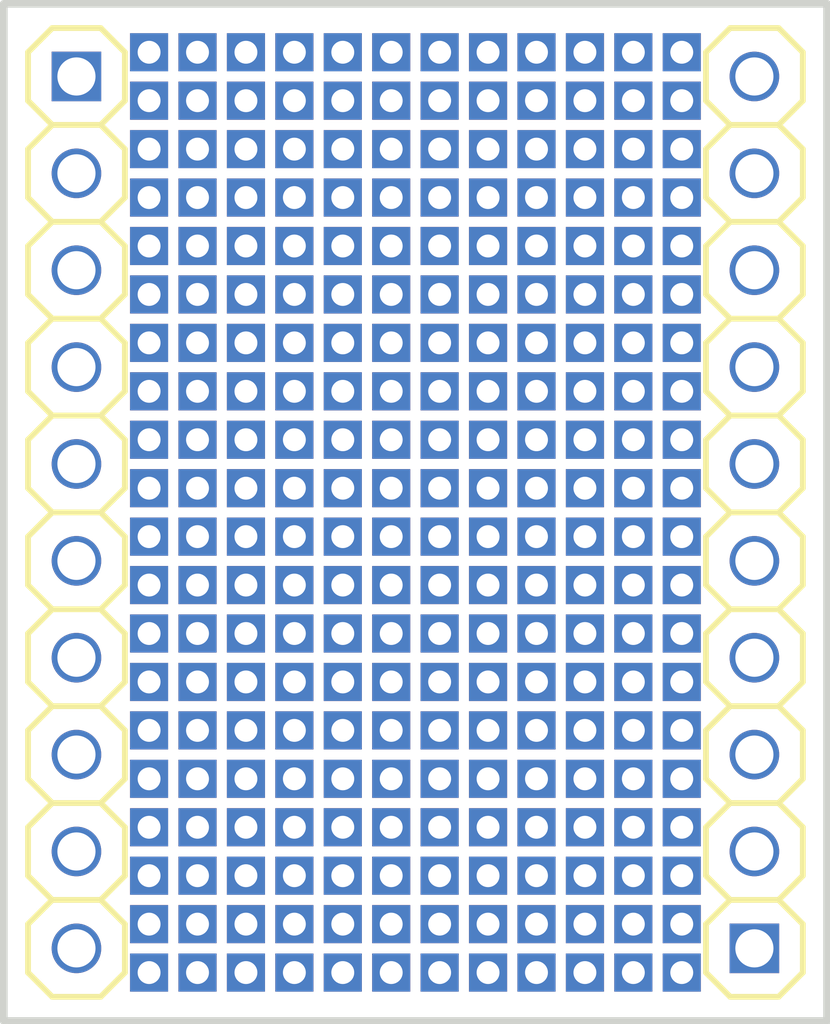
<source format=kicad_pcb>
(kicad_pcb (version 20171130) (host pcbnew 5.0.2-bee76a0~70~ubuntu18.04.1)

  (general
    (thickness 1.6)
    (drawings 4)
    (tracks 0)
    (zones 0)
    (modules 10)
    (nets 1)
  )

  (page A4)
  (layers
    (0 F.Cu signal)
    (31 B.Cu signal)
    (32 B.Adhes user)
    (33 F.Adhes user)
    (34 B.Paste user)
    (35 F.Paste user)
    (36 B.SilkS user)
    (37 F.SilkS user)
    (38 B.Mask user)
    (39 F.Mask user)
    (40 Dwgs.User user)
    (41 Cmts.User user)
    (42 Eco1.User user)
    (43 Eco2.User user)
    (44 Edge.Cuts user)
    (45 Margin user)
    (46 B.CrtYd user)
    (47 F.CrtYd user)
    (48 B.Fab user)
    (49 F.Fab user)
  )

  (setup
    (last_trace_width 0.1524)
    (user_trace_width 0.1524)
    (user_trace_width 0.2)
    (user_trace_width 0.3)
    (user_trace_width 0.4)
    (user_trace_width 0.6)
    (user_trace_width 1)
    (user_trace_width 1.5)
    (user_trace_width 2)
    (trace_clearance 0.1524)
    (zone_clearance 0.508)
    (zone_45_only no)
    (trace_min 0.1524)
    (segment_width 0.2)
    (edge_width 0.15)
    (via_size 0.381)
    (via_drill 0.254)
    (via_min_size 0.381)
    (via_min_drill 0.254)
    (user_via 0.4 0.254)
    (user_via 0.6 0.4)
    (user_via 0.8 0.6)
    (user_via 1 0.8)
    (user_via 1.3 1)
    (user_via 1.5 1.2)
    (user_via 1.7 1.4)
    (user_via 1.9 1.6)
    (uvia_size 0.381)
    (uvia_drill 0.254)
    (uvias_allowed no)
    (uvia_min_size 0.381)
    (uvia_min_drill 0.254)
    (pcb_text_width 0.3)
    (pcb_text_size 1.5 1.5)
    (mod_edge_width 0.15)
    (mod_text_size 1 1)
    (mod_text_width 0.15)
    (pad_size 1.524 1.524)
    (pad_drill 0.762)
    (pad_to_mask_clearance 0.05)
    (solder_mask_min_width 0.1)
    (aux_axis_origin 0 0)
    (visible_elements FFFFFF7F)
    (pcbplotparams
      (layerselection 0x010fc_ffffffff)
      (usegerberextensions true)
      (usegerberattributes false)
      (usegerberadvancedattributes false)
      (creategerberjobfile false)
      (excludeedgelayer true)
      (linewidth 0.100000)
      (plotframeref false)
      (viasonmask false)
      (mode 1)
      (useauxorigin false)
      (hpglpennumber 1)
      (hpglpenspeed 20)
      (hpglpendiameter 15.000000)
      (psnegative false)
      (psa4output false)
      (plotreference true)
      (plotvalue true)
      (plotinvisibletext false)
      (padsonsilk false)
      (subtractmaskfromsilk false)
      (outputformat 1)
      (mirror false)
      (drillshape 0)
      (scaleselection 1)
      (outputdirectory "OSH_Park_2_layer_plots"))
  )

  (net 0 "")

  (net_class Default "This is the default net class."
    (clearance 0.1524)
    (trace_width 0.1524)
    (via_dia 0.381)
    (via_drill 0.254)
    (uvia_dia 0.381)
    (uvia_drill 0.254)
  )

  (module SquantorConnectors:Header-0254-1X10-H010 (layer F.Cu) (tedit 5C55B66B) (tstamp 5C628EEC)
    (at 132.08 82.55 270)
    (descr "PIN HEADER")
    (tags "PIN HEADER")
    (path /5C55B4F0)
    (attr virtual)
    (fp_text reference J1 (at 13.335 1.905 270) (layer F.SilkS) hide
      (effects (font (size 1 1) (thickness 0.15)))
    )
    (fp_text value PINS_1X10 (at 0 2.1 270) (layer F.Fab) hide
      (effects (font (size 1 1) (thickness 0.15)))
    )
    (fp_line (start 7.62 -0.635) (end 8.255 -1.27) (layer F.SilkS) (width 0.1524))
    (fp_line (start 8.255 -1.27) (end 9.525 -1.27) (layer F.SilkS) (width 0.1524))
    (fp_line (start 9.525 -1.27) (end 10.16 -0.635) (layer F.SilkS) (width 0.1524))
    (fp_line (start 10.16 -0.635) (end 10.16 0.635) (layer F.SilkS) (width 0.1524))
    (fp_line (start 10.16 0.635) (end 9.525 1.27) (layer F.SilkS) (width 0.1524))
    (fp_line (start 9.525 1.27) (end 8.255 1.27) (layer F.SilkS) (width 0.1524))
    (fp_line (start 8.255 1.27) (end 7.62 0.635) (layer F.SilkS) (width 0.1524))
    (fp_line (start 3.175 -1.27) (end 4.445 -1.27) (layer F.SilkS) (width 0.1524))
    (fp_line (start 4.445 -1.27) (end 5.08 -0.635) (layer F.SilkS) (width 0.1524))
    (fp_line (start 5.08 -0.635) (end 5.08 0.635) (layer F.SilkS) (width 0.1524))
    (fp_line (start 5.08 0.635) (end 4.445 1.27) (layer F.SilkS) (width 0.1524))
    (fp_line (start 5.08 -0.635) (end 5.715 -1.27) (layer F.SilkS) (width 0.1524))
    (fp_line (start 5.715 -1.27) (end 6.985 -1.27) (layer F.SilkS) (width 0.1524))
    (fp_line (start 6.985 -1.27) (end 7.62 -0.635) (layer F.SilkS) (width 0.1524))
    (fp_line (start 7.62 -0.635) (end 7.62 0.635) (layer F.SilkS) (width 0.1524))
    (fp_line (start 7.62 0.635) (end 6.985 1.27) (layer F.SilkS) (width 0.1524))
    (fp_line (start 6.985 1.27) (end 5.715 1.27) (layer F.SilkS) (width 0.1524))
    (fp_line (start 5.715 1.27) (end 5.08 0.635) (layer F.SilkS) (width 0.1524))
    (fp_line (start 0 -0.635) (end 0.635 -1.27) (layer F.SilkS) (width 0.1524))
    (fp_line (start 0.635 -1.27) (end 1.905 -1.27) (layer F.SilkS) (width 0.1524))
    (fp_line (start 1.905 -1.27) (end 2.54 -0.635) (layer F.SilkS) (width 0.1524))
    (fp_line (start 2.54 -0.635) (end 2.54 0.635) (layer F.SilkS) (width 0.1524))
    (fp_line (start 2.54 0.635) (end 1.905 1.27) (layer F.SilkS) (width 0.1524))
    (fp_line (start 1.905 1.27) (end 0.635 1.27) (layer F.SilkS) (width 0.1524))
    (fp_line (start 0.635 1.27) (end 0 0.635) (layer F.SilkS) (width 0.1524))
    (fp_line (start 3.175 -1.27) (end 2.54 -0.635) (layer F.SilkS) (width 0.1524))
    (fp_line (start 2.54 0.635) (end 3.175 1.27) (layer F.SilkS) (width 0.1524))
    (fp_line (start 4.445 1.27) (end 3.175 1.27) (layer F.SilkS) (width 0.1524))
    (fp_line (start -4.445 -1.27) (end -3.175 -1.27) (layer F.SilkS) (width 0.1524))
    (fp_line (start -3.175 -1.27) (end -2.54 -0.635) (layer F.SilkS) (width 0.1524))
    (fp_line (start -2.54 -0.635) (end -2.54 0.635) (layer F.SilkS) (width 0.1524))
    (fp_line (start -2.54 0.635) (end -3.175 1.27) (layer F.SilkS) (width 0.1524))
    (fp_line (start -2.54 -0.635) (end -1.905 -1.27) (layer F.SilkS) (width 0.1524))
    (fp_line (start -1.905 -1.27) (end -0.635 -1.27) (layer F.SilkS) (width 0.1524))
    (fp_line (start -0.635 -1.27) (end 0 -0.635) (layer F.SilkS) (width 0.1524))
    (fp_line (start 0 -0.635) (end 0 0.635) (layer F.SilkS) (width 0.1524))
    (fp_line (start 0 0.635) (end -0.635 1.27) (layer F.SilkS) (width 0.1524))
    (fp_line (start -0.635 1.27) (end -1.905 1.27) (layer F.SilkS) (width 0.1524))
    (fp_line (start -1.905 1.27) (end -2.54 0.635) (layer F.SilkS) (width 0.1524))
    (fp_line (start -7.62 -0.635) (end -6.985 -1.27) (layer F.SilkS) (width 0.1524))
    (fp_line (start -6.985 -1.27) (end -5.715 -1.27) (layer F.SilkS) (width 0.1524))
    (fp_line (start -5.715 -1.27) (end -5.08 -0.635) (layer F.SilkS) (width 0.1524))
    (fp_line (start -5.08 -0.635) (end -5.08 0.635) (layer F.SilkS) (width 0.1524))
    (fp_line (start -5.08 0.635) (end -5.715 1.27) (layer F.SilkS) (width 0.1524))
    (fp_line (start -5.715 1.27) (end -6.985 1.27) (layer F.SilkS) (width 0.1524))
    (fp_line (start -6.985 1.27) (end -7.62 0.635) (layer F.SilkS) (width 0.1524))
    (fp_line (start -4.445 -1.27) (end -5.08 -0.635) (layer F.SilkS) (width 0.1524))
    (fp_line (start -5.08 0.635) (end -4.445 1.27) (layer F.SilkS) (width 0.1524))
    (fp_line (start -3.175 1.27) (end -4.445 1.27) (layer F.SilkS) (width 0.1524))
    (fp_line (start -12.065 -1.27) (end -10.795 -1.27) (layer F.SilkS) (width 0.1524))
    (fp_line (start -10.795 -1.27) (end -10.16 -0.635) (layer F.SilkS) (width 0.1524))
    (fp_line (start -10.16 -0.635) (end -10.16 0.635) (layer F.SilkS) (width 0.1524))
    (fp_line (start -10.16 0.635) (end -10.795 1.27) (layer F.SilkS) (width 0.1524))
    (fp_line (start -10.16 -0.635) (end -9.525 -1.27) (layer F.SilkS) (width 0.1524))
    (fp_line (start -9.525 -1.27) (end -8.255 -1.27) (layer F.SilkS) (width 0.1524))
    (fp_line (start -8.255 -1.27) (end -7.62 -0.635) (layer F.SilkS) (width 0.1524))
    (fp_line (start -7.62 -0.635) (end -7.62 0.635) (layer F.SilkS) (width 0.1524))
    (fp_line (start -7.62 0.635) (end -8.255 1.27) (layer F.SilkS) (width 0.1524))
    (fp_line (start -8.255 1.27) (end -9.525 1.27) (layer F.SilkS) (width 0.1524))
    (fp_line (start -9.525 1.27) (end -10.16 0.635) (layer F.SilkS) (width 0.1524))
    (fp_line (start -12.7 -0.635) (end -12.7 0.635) (layer F.SilkS) (width 0.1524))
    (fp_line (start -12.065 -1.27) (end -12.7 -0.635) (layer F.SilkS) (width 0.1524))
    (fp_line (start -12.7 0.635) (end -12.065 1.27) (layer F.SilkS) (width 0.1524))
    (fp_line (start -10.795 1.27) (end -12.065 1.27) (layer F.SilkS) (width 0.1524))
    (fp_line (start 10.795 -1.27) (end 12.065 -1.27) (layer F.SilkS) (width 0.1524))
    (fp_line (start 12.065 -1.27) (end 12.7 -0.635) (layer F.SilkS) (width 0.1524))
    (fp_line (start 12.7 -0.635) (end 12.7 0.635) (layer F.SilkS) (width 0.1524))
    (fp_line (start 12.7 0.635) (end 12.065 1.27) (layer F.SilkS) (width 0.1524))
    (fp_line (start 10.795 -1.27) (end 10.16 -0.635) (layer F.SilkS) (width 0.1524))
    (fp_line (start 10.16 0.635) (end 10.795 1.27) (layer F.SilkS) (width 0.1524))
    (fp_line (start 12.065 1.27) (end 10.795 1.27) (layer F.SilkS) (width 0.1524))
    (pad 1 thru_hole rect (at -11.43 0 90) (size 1.3 1.3) (drill 1) (layers *.Cu *.Mask))
    (pad 2 thru_hole circle (at -8.89 0 90) (size 1.3 1.3) (drill 1) (layers *.Cu *.Mask))
    (pad 3 thru_hole circle (at -6.35 0 90) (size 1.3 1.3) (drill 1) (layers *.Cu *.Mask))
    (pad 4 thru_hole circle (at -3.81 0 90) (size 1.3 1.3) (drill 1) (layers *.Cu *.Mask))
    (pad 5 thru_hole circle (at -1.27 0 90) (size 1.3 1.3) (drill 1) (layers *.Cu *.Mask))
    (pad 6 thru_hole circle (at 1.27 0 90) (size 1.3 1.3) (drill 1) (layers *.Cu *.Mask))
    (pad 7 thru_hole circle (at 3.81 0 90) (size 1.3 1.3) (drill 1) (layers *.Cu *.Mask))
    (pad 8 thru_hole circle (at 6.35 0 90) (size 1.3 1.3) (drill 1) (layers *.Cu *.Mask))
    (pad 9 thru_hole circle (at 8.89 0 90) (size 1.3 1.3) (drill 1) (layers *.Cu *.Mask))
    (pad 10 thru_hole circle (at 11.43 0 90) (size 1.3 1.3) (drill 1) (layers *.Cu *.Mask))
  )

  (module SquantorProto:proto-TH-0127-06X06-P010-H006 (layer F.Cu) (tedit 5C55B515) (tstamp 5C628F14)
    (at 144.78 73.66)
    (path /5C55B7C7)
    (fp_text reference J2 (at 0 -5.08) (layer F.SilkS) hide
      (effects (font (size 1 1) (thickness 0.15)))
    )
    (fp_text value Proto (at 0 5.08) (layer F.Fab) hide
      (effects (font (size 1 1) (thickness 0.15)))
    )
    (pad NC thru_hole rect (at -3.175 -3.175) (size 1 1) (drill 0.6) (layers *.Cu *.Mask))
    (pad NC thru_hole rect (at -1.905 -3.175) (size 1 1) (drill 0.6) (layers *.Cu *.Mask))
    (pad NC thru_hole rect (at -0.635 -3.175) (size 1 1) (drill 0.6) (layers *.Cu *.Mask))
    (pad NC thru_hole rect (at 0.635 -3.175) (size 1 1) (drill 0.6) (layers *.Cu *.Mask))
    (pad NC thru_hole rect (at 0.635 -1.905) (size 1 1) (drill 0.6) (layers *.Cu *.Mask))
    (pad NC thru_hole rect (at -0.635 -1.905) (size 1 1) (drill 0.6) (layers *.Cu *.Mask))
    (pad NC thru_hole rect (at -1.905 -1.905) (size 1 1) (drill 0.6) (layers *.Cu *.Mask))
    (pad NC thru_hole rect (at -3.175 -1.905) (size 1 1) (drill 0.6) (layers *.Cu *.Mask))
    (pad NC thru_hole rect (at -3.175 -0.635) (size 1 1) (drill 0.6) (layers *.Cu *.Mask))
    (pad NC thru_hole rect (at -1.905 -0.635) (size 1 1) (drill 0.6) (layers *.Cu *.Mask))
    (pad NC thru_hole rect (at -0.635 -0.635) (size 1 1) (drill 0.6) (layers *.Cu *.Mask))
    (pad NC thru_hole rect (at 0.635 -0.635) (size 1 1) (drill 0.6) (layers *.Cu *.Mask))
    (pad NC thru_hole rect (at 0.635 0.635) (size 1 1) (drill 0.6) (layers *.Cu *.Mask))
    (pad NC thru_hole rect (at -0.635 0.635) (size 1 1) (drill 0.6) (layers *.Cu *.Mask))
    (pad NC thru_hole rect (at -1.905 0.635) (size 1 1) (drill 0.6) (layers *.Cu *.Mask))
    (pad NC thru_hole rect (at -3.175 0.635) (size 1 1) (drill 0.6) (layers *.Cu *.Mask))
    (pad NC thru_hole rect (at 3.175 0.635) (size 1 1) (drill 0.6) (layers *.Cu *.Mask))
    (pad NC thru_hole rect (at 1.905 0.635) (size 1 1) (drill 0.6) (layers *.Cu *.Mask))
    (pad NC thru_hole rect (at 3.175 -1.905) (size 1 1) (drill 0.6) (layers *.Cu *.Mask))
    (pad NC thru_hole rect (at 1.905 -1.905) (size 1 1) (drill 0.6) (layers *.Cu *.Mask))
    (pad NC thru_hole rect (at 3.175 -0.635) (size 1 1) (drill 0.6) (layers *.Cu *.Mask))
    (pad NC thru_hole rect (at 1.905 -0.635) (size 1 1) (drill 0.6) (layers *.Cu *.Mask))
    (pad NC thru_hole rect (at 3.175 -3.175) (size 1 1) (drill 0.6) (layers *.Cu *.Mask))
    (pad NC thru_hole rect (at 1.905 -3.175) (size 1 1) (drill 0.6) (layers *.Cu *.Mask))
    (pad NC thru_hole rect (at 0.635 3.175) (size 1 1) (drill 0.6) (layers *.Cu *.Mask))
    (pad NC thru_hole rect (at -3.175 1.905) (size 1 1) (drill 0.6) (layers *.Cu *.Mask))
    (pad NC thru_hole rect (at -3.175 3.175) (size 1 1) (drill 0.6) (layers *.Cu *.Mask))
    (pad NC thru_hole rect (at -0.635 3.175) (size 1 1) (drill 0.6) (layers *.Cu *.Mask))
    (pad NC thru_hole rect (at -1.905 3.175) (size 1 1) (drill 0.6) (layers *.Cu *.Mask))
    (pad NC thru_hole rect (at 0.635 1.905) (size 1 1) (drill 0.6) (layers *.Cu *.Mask))
    (pad NC thru_hole rect (at -0.635 1.905) (size 1 1) (drill 0.6) (layers *.Cu *.Mask))
    (pad NC thru_hole rect (at 3.175 3.175) (size 1 1) (drill 0.6) (layers *.Cu *.Mask))
    (pad NC thru_hole rect (at -1.905 1.905) (size 1 1) (drill 0.6) (layers *.Cu *.Mask))
    (pad NC thru_hole rect (at 1.905 3.175) (size 1 1) (drill 0.6) (layers *.Cu *.Mask))
    (pad NC thru_hole rect (at 3.175 1.905) (size 1 1) (drill 0.6) (layers *.Cu *.Mask))
    (pad NC thru_hole rect (at 1.905 1.905) (size 1 1) (drill 0.6) (layers *.Cu *.Mask))
  )

  (module SquantorProto:proto-TH-0127-06X06-P010-H006 (layer F.Cu) (tedit 5C55B515) (tstamp 5C628F3C)
    (at 137.16 73.66)
    (path /5C55B98A)
    (fp_text reference J3 (at 0 -5.08) (layer F.SilkS) hide
      (effects (font (size 1 1) (thickness 0.15)))
    )
    (fp_text value Proto (at 0 5.08) (layer F.Fab) hide
      (effects (font (size 1 1) (thickness 0.15)))
    )
    (pad NC thru_hole rect (at -3.175 -3.175) (size 1 1) (drill 0.6) (layers *.Cu *.Mask))
    (pad NC thru_hole rect (at -1.905 -3.175) (size 1 1) (drill 0.6) (layers *.Cu *.Mask))
    (pad NC thru_hole rect (at -0.635 -3.175) (size 1 1) (drill 0.6) (layers *.Cu *.Mask))
    (pad NC thru_hole rect (at 0.635 -3.175) (size 1 1) (drill 0.6) (layers *.Cu *.Mask))
    (pad NC thru_hole rect (at 0.635 -1.905) (size 1 1) (drill 0.6) (layers *.Cu *.Mask))
    (pad NC thru_hole rect (at -0.635 -1.905) (size 1 1) (drill 0.6) (layers *.Cu *.Mask))
    (pad NC thru_hole rect (at -1.905 -1.905) (size 1 1) (drill 0.6) (layers *.Cu *.Mask))
    (pad NC thru_hole rect (at -3.175 -1.905) (size 1 1) (drill 0.6) (layers *.Cu *.Mask))
    (pad NC thru_hole rect (at -3.175 -0.635) (size 1 1) (drill 0.6) (layers *.Cu *.Mask))
    (pad NC thru_hole rect (at -1.905 -0.635) (size 1 1) (drill 0.6) (layers *.Cu *.Mask))
    (pad NC thru_hole rect (at -0.635 -0.635) (size 1 1) (drill 0.6) (layers *.Cu *.Mask))
    (pad NC thru_hole rect (at 0.635 -0.635) (size 1 1) (drill 0.6) (layers *.Cu *.Mask))
    (pad NC thru_hole rect (at 0.635 0.635) (size 1 1) (drill 0.6) (layers *.Cu *.Mask))
    (pad NC thru_hole rect (at -0.635 0.635) (size 1 1) (drill 0.6) (layers *.Cu *.Mask))
    (pad NC thru_hole rect (at -1.905 0.635) (size 1 1) (drill 0.6) (layers *.Cu *.Mask))
    (pad NC thru_hole rect (at -3.175 0.635) (size 1 1) (drill 0.6) (layers *.Cu *.Mask))
    (pad NC thru_hole rect (at 3.175 0.635) (size 1 1) (drill 0.6) (layers *.Cu *.Mask))
    (pad NC thru_hole rect (at 1.905 0.635) (size 1 1) (drill 0.6) (layers *.Cu *.Mask))
    (pad NC thru_hole rect (at 3.175 -1.905) (size 1 1) (drill 0.6) (layers *.Cu *.Mask))
    (pad NC thru_hole rect (at 1.905 -1.905) (size 1 1) (drill 0.6) (layers *.Cu *.Mask))
    (pad NC thru_hole rect (at 3.175 -0.635) (size 1 1) (drill 0.6) (layers *.Cu *.Mask))
    (pad NC thru_hole rect (at 1.905 -0.635) (size 1 1) (drill 0.6) (layers *.Cu *.Mask))
    (pad NC thru_hole rect (at 3.175 -3.175) (size 1 1) (drill 0.6) (layers *.Cu *.Mask))
    (pad NC thru_hole rect (at 1.905 -3.175) (size 1 1) (drill 0.6) (layers *.Cu *.Mask))
    (pad NC thru_hole rect (at 0.635 3.175) (size 1 1) (drill 0.6) (layers *.Cu *.Mask))
    (pad NC thru_hole rect (at -3.175 1.905) (size 1 1) (drill 0.6) (layers *.Cu *.Mask))
    (pad NC thru_hole rect (at -3.175 3.175) (size 1 1) (drill 0.6) (layers *.Cu *.Mask))
    (pad NC thru_hole rect (at -0.635 3.175) (size 1 1) (drill 0.6) (layers *.Cu *.Mask))
    (pad NC thru_hole rect (at -1.905 3.175) (size 1 1) (drill 0.6) (layers *.Cu *.Mask))
    (pad NC thru_hole rect (at 0.635 1.905) (size 1 1) (drill 0.6) (layers *.Cu *.Mask))
    (pad NC thru_hole rect (at -0.635 1.905) (size 1 1) (drill 0.6) (layers *.Cu *.Mask))
    (pad NC thru_hole rect (at 3.175 3.175) (size 1 1) (drill 0.6) (layers *.Cu *.Mask))
    (pad NC thru_hole rect (at -1.905 1.905) (size 1 1) (drill 0.6) (layers *.Cu *.Mask))
    (pad NC thru_hole rect (at 1.905 3.175) (size 1 1) (drill 0.6) (layers *.Cu *.Mask))
    (pad NC thru_hole rect (at 3.175 1.905) (size 1 1) (drill 0.6) (layers *.Cu *.Mask))
    (pad NC thru_hole rect (at 1.905 1.905) (size 1 1) (drill 0.6) (layers *.Cu *.Mask))
  )

  (module SquantorProto:proto-TH-0127-06X06-P010-H006 (layer F.Cu) (tedit 5C55B515) (tstamp 5C628F64)
    (at 137.16 81.28)
    (path /5C55BACE)
    (fp_text reference J4 (at 0 -5.08) (layer F.SilkS) hide
      (effects (font (size 1 1) (thickness 0.15)))
    )
    (fp_text value Proto (at 0 5.08) (layer F.Fab) hide
      (effects (font (size 1 1) (thickness 0.15)))
    )
    (pad NC thru_hole rect (at -3.175 -3.175) (size 1 1) (drill 0.6) (layers *.Cu *.Mask))
    (pad NC thru_hole rect (at -1.905 -3.175) (size 1 1) (drill 0.6) (layers *.Cu *.Mask))
    (pad NC thru_hole rect (at -0.635 -3.175) (size 1 1) (drill 0.6) (layers *.Cu *.Mask))
    (pad NC thru_hole rect (at 0.635 -3.175) (size 1 1) (drill 0.6) (layers *.Cu *.Mask))
    (pad NC thru_hole rect (at 0.635 -1.905) (size 1 1) (drill 0.6) (layers *.Cu *.Mask))
    (pad NC thru_hole rect (at -0.635 -1.905) (size 1 1) (drill 0.6) (layers *.Cu *.Mask))
    (pad NC thru_hole rect (at -1.905 -1.905) (size 1 1) (drill 0.6) (layers *.Cu *.Mask))
    (pad NC thru_hole rect (at -3.175 -1.905) (size 1 1) (drill 0.6) (layers *.Cu *.Mask))
    (pad NC thru_hole rect (at -3.175 -0.635) (size 1 1) (drill 0.6) (layers *.Cu *.Mask))
    (pad NC thru_hole rect (at -1.905 -0.635) (size 1 1) (drill 0.6) (layers *.Cu *.Mask))
    (pad NC thru_hole rect (at -0.635 -0.635) (size 1 1) (drill 0.6) (layers *.Cu *.Mask))
    (pad NC thru_hole rect (at 0.635 -0.635) (size 1 1) (drill 0.6) (layers *.Cu *.Mask))
    (pad NC thru_hole rect (at 0.635 0.635) (size 1 1) (drill 0.6) (layers *.Cu *.Mask))
    (pad NC thru_hole rect (at -0.635 0.635) (size 1 1) (drill 0.6) (layers *.Cu *.Mask))
    (pad NC thru_hole rect (at -1.905 0.635) (size 1 1) (drill 0.6) (layers *.Cu *.Mask))
    (pad NC thru_hole rect (at -3.175 0.635) (size 1 1) (drill 0.6) (layers *.Cu *.Mask))
    (pad NC thru_hole rect (at 3.175 0.635) (size 1 1) (drill 0.6) (layers *.Cu *.Mask))
    (pad NC thru_hole rect (at 1.905 0.635) (size 1 1) (drill 0.6) (layers *.Cu *.Mask))
    (pad NC thru_hole rect (at 3.175 -1.905) (size 1 1) (drill 0.6) (layers *.Cu *.Mask))
    (pad NC thru_hole rect (at 1.905 -1.905) (size 1 1) (drill 0.6) (layers *.Cu *.Mask))
    (pad NC thru_hole rect (at 3.175 -0.635) (size 1 1) (drill 0.6) (layers *.Cu *.Mask))
    (pad NC thru_hole rect (at 1.905 -0.635) (size 1 1) (drill 0.6) (layers *.Cu *.Mask))
    (pad NC thru_hole rect (at 3.175 -3.175) (size 1 1) (drill 0.6) (layers *.Cu *.Mask))
    (pad NC thru_hole rect (at 1.905 -3.175) (size 1 1) (drill 0.6) (layers *.Cu *.Mask))
    (pad NC thru_hole rect (at 0.635 3.175) (size 1 1) (drill 0.6) (layers *.Cu *.Mask))
    (pad NC thru_hole rect (at -3.175 1.905) (size 1 1) (drill 0.6) (layers *.Cu *.Mask))
    (pad NC thru_hole rect (at -3.175 3.175) (size 1 1) (drill 0.6) (layers *.Cu *.Mask))
    (pad NC thru_hole rect (at -0.635 3.175) (size 1 1) (drill 0.6) (layers *.Cu *.Mask))
    (pad NC thru_hole rect (at -1.905 3.175) (size 1 1) (drill 0.6) (layers *.Cu *.Mask))
    (pad NC thru_hole rect (at 0.635 1.905) (size 1 1) (drill 0.6) (layers *.Cu *.Mask))
    (pad NC thru_hole rect (at -0.635 1.905) (size 1 1) (drill 0.6) (layers *.Cu *.Mask))
    (pad NC thru_hole rect (at 3.175 3.175) (size 1 1) (drill 0.6) (layers *.Cu *.Mask))
    (pad NC thru_hole rect (at -1.905 1.905) (size 1 1) (drill 0.6) (layers *.Cu *.Mask))
    (pad NC thru_hole rect (at 1.905 3.175) (size 1 1) (drill 0.6) (layers *.Cu *.Mask))
    (pad NC thru_hole rect (at 3.175 1.905) (size 1 1) (drill 0.6) (layers *.Cu *.Mask))
    (pad NC thru_hole rect (at 1.905 1.905) (size 1 1) (drill 0.6) (layers *.Cu *.Mask))
  )

  (module SquantorProto:proto-TH-0127-02X06-P010-H006 (layer F.Cu) (tedit 5C55B551) (tstamp 5C628F74)
    (at 137.16 93.98)
    (path /5C55BB7F)
    (fp_text reference J5 (at 0 -2.54) (layer F.SilkS) hide
      (effects (font (size 1 1) (thickness 0.15)))
    )
    (fp_text value Proto (at 0 2.54) (layer F.Fab) hide
      (effects (font (size 1 1) (thickness 0.15)))
    )
    (pad NC thru_hole rect (at 0.635 0.635) (size 1 1) (drill 0.6) (layers *.Cu *.Mask))
    (pad NC thru_hole rect (at -3.175 -0.635) (size 1 1) (drill 0.6) (layers *.Cu *.Mask))
    (pad NC thru_hole rect (at -3.175 0.635) (size 1 1) (drill 0.6) (layers *.Cu *.Mask))
    (pad NC thru_hole rect (at -0.635 0.635) (size 1 1) (drill 0.6) (layers *.Cu *.Mask))
    (pad NC thru_hole rect (at -1.905 0.635) (size 1 1) (drill 0.6) (layers *.Cu *.Mask))
    (pad NC thru_hole rect (at 0.635 -0.635) (size 1 1) (drill 0.6) (layers *.Cu *.Mask))
    (pad NC thru_hole rect (at -0.635 -0.635) (size 1 1) (drill 0.6) (layers *.Cu *.Mask))
    (pad NC thru_hole rect (at 3.175 0.635) (size 1 1) (drill 0.6) (layers *.Cu *.Mask))
    (pad NC thru_hole rect (at -1.905 -0.635) (size 1 1) (drill 0.6) (layers *.Cu *.Mask))
    (pad NC thru_hole rect (at 1.905 0.635) (size 1 1) (drill 0.6) (layers *.Cu *.Mask))
    (pad NC thru_hole rect (at 3.175 -0.635) (size 1 1) (drill 0.6) (layers *.Cu *.Mask))
    (pad NC thru_hole rect (at 1.905 -0.635) (size 1 1) (drill 0.6) (layers *.Cu *.Mask))
  )

  (module SquantorProto:proto-TH-0127-06X06-P010-H006 (layer F.Cu) (tedit 5C55B515) (tstamp 5C628F9C)
    (at 144.78 88.9)
    (path /5C55B966)
    (fp_text reference J6 (at 0 -5.08) (layer F.SilkS) hide
      (effects (font (size 1 1) (thickness 0.15)))
    )
    (fp_text value Proto (at 0 5.08) (layer F.Fab) hide
      (effects (font (size 1 1) (thickness 0.15)))
    )
    (pad NC thru_hole rect (at 1.905 1.905) (size 1 1) (drill 0.6) (layers *.Cu *.Mask))
    (pad NC thru_hole rect (at 3.175 1.905) (size 1 1) (drill 0.6) (layers *.Cu *.Mask))
    (pad NC thru_hole rect (at 1.905 3.175) (size 1 1) (drill 0.6) (layers *.Cu *.Mask))
    (pad NC thru_hole rect (at -1.905 1.905) (size 1 1) (drill 0.6) (layers *.Cu *.Mask))
    (pad NC thru_hole rect (at 3.175 3.175) (size 1 1) (drill 0.6) (layers *.Cu *.Mask))
    (pad NC thru_hole rect (at -0.635 1.905) (size 1 1) (drill 0.6) (layers *.Cu *.Mask))
    (pad NC thru_hole rect (at 0.635 1.905) (size 1 1) (drill 0.6) (layers *.Cu *.Mask))
    (pad NC thru_hole rect (at -1.905 3.175) (size 1 1) (drill 0.6) (layers *.Cu *.Mask))
    (pad NC thru_hole rect (at -0.635 3.175) (size 1 1) (drill 0.6) (layers *.Cu *.Mask))
    (pad NC thru_hole rect (at -3.175 3.175) (size 1 1) (drill 0.6) (layers *.Cu *.Mask))
    (pad NC thru_hole rect (at -3.175 1.905) (size 1 1) (drill 0.6) (layers *.Cu *.Mask))
    (pad NC thru_hole rect (at 0.635 3.175) (size 1 1) (drill 0.6) (layers *.Cu *.Mask))
    (pad NC thru_hole rect (at 1.905 -3.175) (size 1 1) (drill 0.6) (layers *.Cu *.Mask))
    (pad NC thru_hole rect (at 3.175 -3.175) (size 1 1) (drill 0.6) (layers *.Cu *.Mask))
    (pad NC thru_hole rect (at 1.905 -0.635) (size 1 1) (drill 0.6) (layers *.Cu *.Mask))
    (pad NC thru_hole rect (at 3.175 -0.635) (size 1 1) (drill 0.6) (layers *.Cu *.Mask))
    (pad NC thru_hole rect (at 1.905 -1.905) (size 1 1) (drill 0.6) (layers *.Cu *.Mask))
    (pad NC thru_hole rect (at 3.175 -1.905) (size 1 1) (drill 0.6) (layers *.Cu *.Mask))
    (pad NC thru_hole rect (at 1.905 0.635) (size 1 1) (drill 0.6) (layers *.Cu *.Mask))
    (pad NC thru_hole rect (at 3.175 0.635) (size 1 1) (drill 0.6) (layers *.Cu *.Mask))
    (pad NC thru_hole rect (at -3.175 0.635) (size 1 1) (drill 0.6) (layers *.Cu *.Mask))
    (pad NC thru_hole rect (at -1.905 0.635) (size 1 1) (drill 0.6) (layers *.Cu *.Mask))
    (pad NC thru_hole rect (at -0.635 0.635) (size 1 1) (drill 0.6) (layers *.Cu *.Mask))
    (pad NC thru_hole rect (at 0.635 0.635) (size 1 1) (drill 0.6) (layers *.Cu *.Mask))
    (pad NC thru_hole rect (at 0.635 -0.635) (size 1 1) (drill 0.6) (layers *.Cu *.Mask))
    (pad NC thru_hole rect (at -0.635 -0.635) (size 1 1) (drill 0.6) (layers *.Cu *.Mask))
    (pad NC thru_hole rect (at -1.905 -0.635) (size 1 1) (drill 0.6) (layers *.Cu *.Mask))
    (pad NC thru_hole rect (at -3.175 -0.635) (size 1 1) (drill 0.6) (layers *.Cu *.Mask))
    (pad NC thru_hole rect (at -3.175 -1.905) (size 1 1) (drill 0.6) (layers *.Cu *.Mask))
    (pad NC thru_hole rect (at -1.905 -1.905) (size 1 1) (drill 0.6) (layers *.Cu *.Mask))
    (pad NC thru_hole rect (at -0.635 -1.905) (size 1 1) (drill 0.6) (layers *.Cu *.Mask))
    (pad NC thru_hole rect (at 0.635 -1.905) (size 1 1) (drill 0.6) (layers *.Cu *.Mask))
    (pad NC thru_hole rect (at 0.635 -3.175) (size 1 1) (drill 0.6) (layers *.Cu *.Mask))
    (pad NC thru_hole rect (at -0.635 -3.175) (size 1 1) (drill 0.6) (layers *.Cu *.Mask))
    (pad NC thru_hole rect (at -1.905 -3.175) (size 1 1) (drill 0.6) (layers *.Cu *.Mask))
    (pad NC thru_hole rect (at -3.175 -3.175) (size 1 1) (drill 0.6) (layers *.Cu *.Mask))
  )

  (module SquantorProto:proto-TH-0127-06X06-P010-H006 (layer F.Cu) (tedit 5C55B515) (tstamp 5C628FC4)
    (at 144.78 81.28)
    (path /5C55BA90)
    (fp_text reference J7 (at 0 -5.08) (layer F.SilkS) hide
      (effects (font (size 1 1) (thickness 0.15)))
    )
    (fp_text value Proto (at 0 5.08) (layer F.Fab) hide
      (effects (font (size 1 1) (thickness 0.15)))
    )
    (pad NC thru_hole rect (at 1.905 1.905) (size 1 1) (drill 0.6) (layers *.Cu *.Mask))
    (pad NC thru_hole rect (at 3.175 1.905) (size 1 1) (drill 0.6) (layers *.Cu *.Mask))
    (pad NC thru_hole rect (at 1.905 3.175) (size 1 1) (drill 0.6) (layers *.Cu *.Mask))
    (pad NC thru_hole rect (at -1.905 1.905) (size 1 1) (drill 0.6) (layers *.Cu *.Mask))
    (pad NC thru_hole rect (at 3.175 3.175) (size 1 1) (drill 0.6) (layers *.Cu *.Mask))
    (pad NC thru_hole rect (at -0.635 1.905) (size 1 1) (drill 0.6) (layers *.Cu *.Mask))
    (pad NC thru_hole rect (at 0.635 1.905) (size 1 1) (drill 0.6) (layers *.Cu *.Mask))
    (pad NC thru_hole rect (at -1.905 3.175) (size 1 1) (drill 0.6) (layers *.Cu *.Mask))
    (pad NC thru_hole rect (at -0.635 3.175) (size 1 1) (drill 0.6) (layers *.Cu *.Mask))
    (pad NC thru_hole rect (at -3.175 3.175) (size 1 1) (drill 0.6) (layers *.Cu *.Mask))
    (pad NC thru_hole rect (at -3.175 1.905) (size 1 1) (drill 0.6) (layers *.Cu *.Mask))
    (pad NC thru_hole rect (at 0.635 3.175) (size 1 1) (drill 0.6) (layers *.Cu *.Mask))
    (pad NC thru_hole rect (at 1.905 -3.175) (size 1 1) (drill 0.6) (layers *.Cu *.Mask))
    (pad NC thru_hole rect (at 3.175 -3.175) (size 1 1) (drill 0.6) (layers *.Cu *.Mask))
    (pad NC thru_hole rect (at 1.905 -0.635) (size 1 1) (drill 0.6) (layers *.Cu *.Mask))
    (pad NC thru_hole rect (at 3.175 -0.635) (size 1 1) (drill 0.6) (layers *.Cu *.Mask))
    (pad NC thru_hole rect (at 1.905 -1.905) (size 1 1) (drill 0.6) (layers *.Cu *.Mask))
    (pad NC thru_hole rect (at 3.175 -1.905) (size 1 1) (drill 0.6) (layers *.Cu *.Mask))
    (pad NC thru_hole rect (at 1.905 0.635) (size 1 1) (drill 0.6) (layers *.Cu *.Mask))
    (pad NC thru_hole rect (at 3.175 0.635) (size 1 1) (drill 0.6) (layers *.Cu *.Mask))
    (pad NC thru_hole rect (at -3.175 0.635) (size 1 1) (drill 0.6) (layers *.Cu *.Mask))
    (pad NC thru_hole rect (at -1.905 0.635) (size 1 1) (drill 0.6) (layers *.Cu *.Mask))
    (pad NC thru_hole rect (at -0.635 0.635) (size 1 1) (drill 0.6) (layers *.Cu *.Mask))
    (pad NC thru_hole rect (at 0.635 0.635) (size 1 1) (drill 0.6) (layers *.Cu *.Mask))
    (pad NC thru_hole rect (at 0.635 -0.635) (size 1 1) (drill 0.6) (layers *.Cu *.Mask))
    (pad NC thru_hole rect (at -0.635 -0.635) (size 1 1) (drill 0.6) (layers *.Cu *.Mask))
    (pad NC thru_hole rect (at -1.905 -0.635) (size 1 1) (drill 0.6) (layers *.Cu *.Mask))
    (pad NC thru_hole rect (at -3.175 -0.635) (size 1 1) (drill 0.6) (layers *.Cu *.Mask))
    (pad NC thru_hole rect (at -3.175 -1.905) (size 1 1) (drill 0.6) (layers *.Cu *.Mask))
    (pad NC thru_hole rect (at -1.905 -1.905) (size 1 1) (drill 0.6) (layers *.Cu *.Mask))
    (pad NC thru_hole rect (at -0.635 -1.905) (size 1 1) (drill 0.6) (layers *.Cu *.Mask))
    (pad NC thru_hole rect (at 0.635 -1.905) (size 1 1) (drill 0.6) (layers *.Cu *.Mask))
    (pad NC thru_hole rect (at 0.635 -3.175) (size 1 1) (drill 0.6) (layers *.Cu *.Mask))
    (pad NC thru_hole rect (at -0.635 -3.175) (size 1 1) (drill 0.6) (layers *.Cu *.Mask))
    (pad NC thru_hole rect (at -1.905 -3.175) (size 1 1) (drill 0.6) (layers *.Cu *.Mask))
    (pad NC thru_hole rect (at -3.175 -3.175) (size 1 1) (drill 0.6) (layers *.Cu *.Mask))
  )

  (module SquantorProto:proto-TH-0127-06X06-P010-H006 (layer F.Cu) (tedit 5C55B515) (tstamp 5C628FEC)
    (at 137.16 88.9)
    (path /5C55BB00)
    (fp_text reference J8 (at 0 -5.08) (layer F.SilkS) hide
      (effects (font (size 1 1) (thickness 0.15)))
    )
    (fp_text value Proto (at 0 5.08) (layer F.Fab) hide
      (effects (font (size 1 1) (thickness 0.15)))
    )
    (pad NC thru_hole rect (at 1.905 1.905) (size 1 1) (drill 0.6) (layers *.Cu *.Mask))
    (pad NC thru_hole rect (at 3.175 1.905) (size 1 1) (drill 0.6) (layers *.Cu *.Mask))
    (pad NC thru_hole rect (at 1.905 3.175) (size 1 1) (drill 0.6) (layers *.Cu *.Mask))
    (pad NC thru_hole rect (at -1.905 1.905) (size 1 1) (drill 0.6) (layers *.Cu *.Mask))
    (pad NC thru_hole rect (at 3.175 3.175) (size 1 1) (drill 0.6) (layers *.Cu *.Mask))
    (pad NC thru_hole rect (at -0.635 1.905) (size 1 1) (drill 0.6) (layers *.Cu *.Mask))
    (pad NC thru_hole rect (at 0.635 1.905) (size 1 1) (drill 0.6) (layers *.Cu *.Mask))
    (pad NC thru_hole rect (at -1.905 3.175) (size 1 1) (drill 0.6) (layers *.Cu *.Mask))
    (pad NC thru_hole rect (at -0.635 3.175) (size 1 1) (drill 0.6) (layers *.Cu *.Mask))
    (pad NC thru_hole rect (at -3.175 3.175) (size 1 1) (drill 0.6) (layers *.Cu *.Mask))
    (pad NC thru_hole rect (at -3.175 1.905) (size 1 1) (drill 0.6) (layers *.Cu *.Mask))
    (pad NC thru_hole rect (at 0.635 3.175) (size 1 1) (drill 0.6) (layers *.Cu *.Mask))
    (pad NC thru_hole rect (at 1.905 -3.175) (size 1 1) (drill 0.6) (layers *.Cu *.Mask))
    (pad NC thru_hole rect (at 3.175 -3.175) (size 1 1) (drill 0.6) (layers *.Cu *.Mask))
    (pad NC thru_hole rect (at 1.905 -0.635) (size 1 1) (drill 0.6) (layers *.Cu *.Mask))
    (pad NC thru_hole rect (at 3.175 -0.635) (size 1 1) (drill 0.6) (layers *.Cu *.Mask))
    (pad NC thru_hole rect (at 1.905 -1.905) (size 1 1) (drill 0.6) (layers *.Cu *.Mask))
    (pad NC thru_hole rect (at 3.175 -1.905) (size 1 1) (drill 0.6) (layers *.Cu *.Mask))
    (pad NC thru_hole rect (at 1.905 0.635) (size 1 1) (drill 0.6) (layers *.Cu *.Mask))
    (pad NC thru_hole rect (at 3.175 0.635) (size 1 1) (drill 0.6) (layers *.Cu *.Mask))
    (pad NC thru_hole rect (at -3.175 0.635) (size 1 1) (drill 0.6) (layers *.Cu *.Mask))
    (pad NC thru_hole rect (at -1.905 0.635) (size 1 1) (drill 0.6) (layers *.Cu *.Mask))
    (pad NC thru_hole rect (at -0.635 0.635) (size 1 1) (drill 0.6) (layers *.Cu *.Mask))
    (pad NC thru_hole rect (at 0.635 0.635) (size 1 1) (drill 0.6) (layers *.Cu *.Mask))
    (pad NC thru_hole rect (at 0.635 -0.635) (size 1 1) (drill 0.6) (layers *.Cu *.Mask))
    (pad NC thru_hole rect (at -0.635 -0.635) (size 1 1) (drill 0.6) (layers *.Cu *.Mask))
    (pad NC thru_hole rect (at -1.905 -0.635) (size 1 1) (drill 0.6) (layers *.Cu *.Mask))
    (pad NC thru_hole rect (at -3.175 -0.635) (size 1 1) (drill 0.6) (layers *.Cu *.Mask))
    (pad NC thru_hole rect (at -3.175 -1.905) (size 1 1) (drill 0.6) (layers *.Cu *.Mask))
    (pad NC thru_hole rect (at -1.905 -1.905) (size 1 1) (drill 0.6) (layers *.Cu *.Mask))
    (pad NC thru_hole rect (at -0.635 -1.905) (size 1 1) (drill 0.6) (layers *.Cu *.Mask))
    (pad NC thru_hole rect (at 0.635 -1.905) (size 1 1) (drill 0.6) (layers *.Cu *.Mask))
    (pad NC thru_hole rect (at 0.635 -3.175) (size 1 1) (drill 0.6) (layers *.Cu *.Mask))
    (pad NC thru_hole rect (at -0.635 -3.175) (size 1 1) (drill 0.6) (layers *.Cu *.Mask))
    (pad NC thru_hole rect (at -1.905 -3.175) (size 1 1) (drill 0.6) (layers *.Cu *.Mask))
    (pad NC thru_hole rect (at -3.175 -3.175) (size 1 1) (drill 0.6) (layers *.Cu *.Mask))
  )

  (module SquantorProto:proto-TH-0127-02X06-P010-H006 (layer F.Cu) (tedit 5C55B551) (tstamp 5C628FFC)
    (at 144.78 93.98)
    (path /5C55BBE2)
    (fp_text reference J9 (at 0 -2.54) (layer F.SilkS) hide
      (effects (font (size 1 1) (thickness 0.15)))
    )
    (fp_text value Proto (at 0 2.54) (layer F.Fab) hide
      (effects (font (size 1 1) (thickness 0.15)))
    )
    (pad NC thru_hole rect (at 1.905 -0.635) (size 1 1) (drill 0.6) (layers *.Cu *.Mask))
    (pad NC thru_hole rect (at 3.175 -0.635) (size 1 1) (drill 0.6) (layers *.Cu *.Mask))
    (pad NC thru_hole rect (at 1.905 0.635) (size 1 1) (drill 0.6) (layers *.Cu *.Mask))
    (pad NC thru_hole rect (at -1.905 -0.635) (size 1 1) (drill 0.6) (layers *.Cu *.Mask))
    (pad NC thru_hole rect (at 3.175 0.635) (size 1 1) (drill 0.6) (layers *.Cu *.Mask))
    (pad NC thru_hole rect (at -0.635 -0.635) (size 1 1) (drill 0.6) (layers *.Cu *.Mask))
    (pad NC thru_hole rect (at 0.635 -0.635) (size 1 1) (drill 0.6) (layers *.Cu *.Mask))
    (pad NC thru_hole rect (at -1.905 0.635) (size 1 1) (drill 0.6) (layers *.Cu *.Mask))
    (pad NC thru_hole rect (at -0.635 0.635) (size 1 1) (drill 0.6) (layers *.Cu *.Mask))
    (pad NC thru_hole rect (at -3.175 0.635) (size 1 1) (drill 0.6) (layers *.Cu *.Mask))
    (pad NC thru_hole rect (at -3.175 -0.635) (size 1 1) (drill 0.6) (layers *.Cu *.Mask))
    (pad NC thru_hole rect (at 0.635 0.635) (size 1 1) (drill 0.6) (layers *.Cu *.Mask))
  )

  (module SquantorConnectors:Header-0254-1X10-H010 (layer F.Cu) (tedit 5C55B661) (tstamp 5C629051)
    (at 149.86 82.55 90)
    (descr "PIN HEADER")
    (tags "PIN HEADER")
    (path /5C55B538)
    (attr virtual)
    (fp_text reference J10 (at -13.97 1.905 90) (layer F.SilkS) hide
      (effects (font (size 1 1) (thickness 0.15)))
    )
    (fp_text value PINS_1X10 (at 0 2.1 90) (layer F.Fab) hide
      (effects (font (size 1 1) (thickness 0.15)))
    )
    (fp_line (start 12.065 1.27) (end 10.795 1.27) (layer F.SilkS) (width 0.1524))
    (fp_line (start 10.16 0.635) (end 10.795 1.27) (layer F.SilkS) (width 0.1524))
    (fp_line (start 10.795 -1.27) (end 10.16 -0.635) (layer F.SilkS) (width 0.1524))
    (fp_line (start 12.7 0.635) (end 12.065 1.27) (layer F.SilkS) (width 0.1524))
    (fp_line (start 12.7 -0.635) (end 12.7 0.635) (layer F.SilkS) (width 0.1524))
    (fp_line (start 12.065 -1.27) (end 12.7 -0.635) (layer F.SilkS) (width 0.1524))
    (fp_line (start 10.795 -1.27) (end 12.065 -1.27) (layer F.SilkS) (width 0.1524))
    (fp_line (start -10.795 1.27) (end -12.065 1.27) (layer F.SilkS) (width 0.1524))
    (fp_line (start -12.7 0.635) (end -12.065 1.27) (layer F.SilkS) (width 0.1524))
    (fp_line (start -12.065 -1.27) (end -12.7 -0.635) (layer F.SilkS) (width 0.1524))
    (fp_line (start -12.7 -0.635) (end -12.7 0.635) (layer F.SilkS) (width 0.1524))
    (fp_line (start -9.525 1.27) (end -10.16 0.635) (layer F.SilkS) (width 0.1524))
    (fp_line (start -8.255 1.27) (end -9.525 1.27) (layer F.SilkS) (width 0.1524))
    (fp_line (start -7.62 0.635) (end -8.255 1.27) (layer F.SilkS) (width 0.1524))
    (fp_line (start -7.62 -0.635) (end -7.62 0.635) (layer F.SilkS) (width 0.1524))
    (fp_line (start -8.255 -1.27) (end -7.62 -0.635) (layer F.SilkS) (width 0.1524))
    (fp_line (start -9.525 -1.27) (end -8.255 -1.27) (layer F.SilkS) (width 0.1524))
    (fp_line (start -10.16 -0.635) (end -9.525 -1.27) (layer F.SilkS) (width 0.1524))
    (fp_line (start -10.16 0.635) (end -10.795 1.27) (layer F.SilkS) (width 0.1524))
    (fp_line (start -10.16 -0.635) (end -10.16 0.635) (layer F.SilkS) (width 0.1524))
    (fp_line (start -10.795 -1.27) (end -10.16 -0.635) (layer F.SilkS) (width 0.1524))
    (fp_line (start -12.065 -1.27) (end -10.795 -1.27) (layer F.SilkS) (width 0.1524))
    (fp_line (start -3.175 1.27) (end -4.445 1.27) (layer F.SilkS) (width 0.1524))
    (fp_line (start -5.08 0.635) (end -4.445 1.27) (layer F.SilkS) (width 0.1524))
    (fp_line (start -4.445 -1.27) (end -5.08 -0.635) (layer F.SilkS) (width 0.1524))
    (fp_line (start -6.985 1.27) (end -7.62 0.635) (layer F.SilkS) (width 0.1524))
    (fp_line (start -5.715 1.27) (end -6.985 1.27) (layer F.SilkS) (width 0.1524))
    (fp_line (start -5.08 0.635) (end -5.715 1.27) (layer F.SilkS) (width 0.1524))
    (fp_line (start -5.08 -0.635) (end -5.08 0.635) (layer F.SilkS) (width 0.1524))
    (fp_line (start -5.715 -1.27) (end -5.08 -0.635) (layer F.SilkS) (width 0.1524))
    (fp_line (start -6.985 -1.27) (end -5.715 -1.27) (layer F.SilkS) (width 0.1524))
    (fp_line (start -7.62 -0.635) (end -6.985 -1.27) (layer F.SilkS) (width 0.1524))
    (fp_line (start -1.905 1.27) (end -2.54 0.635) (layer F.SilkS) (width 0.1524))
    (fp_line (start -0.635 1.27) (end -1.905 1.27) (layer F.SilkS) (width 0.1524))
    (fp_line (start 0 0.635) (end -0.635 1.27) (layer F.SilkS) (width 0.1524))
    (fp_line (start 0 -0.635) (end 0 0.635) (layer F.SilkS) (width 0.1524))
    (fp_line (start -0.635 -1.27) (end 0 -0.635) (layer F.SilkS) (width 0.1524))
    (fp_line (start -1.905 -1.27) (end -0.635 -1.27) (layer F.SilkS) (width 0.1524))
    (fp_line (start -2.54 -0.635) (end -1.905 -1.27) (layer F.SilkS) (width 0.1524))
    (fp_line (start -2.54 0.635) (end -3.175 1.27) (layer F.SilkS) (width 0.1524))
    (fp_line (start -2.54 -0.635) (end -2.54 0.635) (layer F.SilkS) (width 0.1524))
    (fp_line (start -3.175 -1.27) (end -2.54 -0.635) (layer F.SilkS) (width 0.1524))
    (fp_line (start -4.445 -1.27) (end -3.175 -1.27) (layer F.SilkS) (width 0.1524))
    (fp_line (start 4.445 1.27) (end 3.175 1.27) (layer F.SilkS) (width 0.1524))
    (fp_line (start 2.54 0.635) (end 3.175 1.27) (layer F.SilkS) (width 0.1524))
    (fp_line (start 3.175 -1.27) (end 2.54 -0.635) (layer F.SilkS) (width 0.1524))
    (fp_line (start 0.635 1.27) (end 0 0.635) (layer F.SilkS) (width 0.1524))
    (fp_line (start 1.905 1.27) (end 0.635 1.27) (layer F.SilkS) (width 0.1524))
    (fp_line (start 2.54 0.635) (end 1.905 1.27) (layer F.SilkS) (width 0.1524))
    (fp_line (start 2.54 -0.635) (end 2.54 0.635) (layer F.SilkS) (width 0.1524))
    (fp_line (start 1.905 -1.27) (end 2.54 -0.635) (layer F.SilkS) (width 0.1524))
    (fp_line (start 0.635 -1.27) (end 1.905 -1.27) (layer F.SilkS) (width 0.1524))
    (fp_line (start 0 -0.635) (end 0.635 -1.27) (layer F.SilkS) (width 0.1524))
    (fp_line (start 5.715 1.27) (end 5.08 0.635) (layer F.SilkS) (width 0.1524))
    (fp_line (start 6.985 1.27) (end 5.715 1.27) (layer F.SilkS) (width 0.1524))
    (fp_line (start 7.62 0.635) (end 6.985 1.27) (layer F.SilkS) (width 0.1524))
    (fp_line (start 7.62 -0.635) (end 7.62 0.635) (layer F.SilkS) (width 0.1524))
    (fp_line (start 6.985 -1.27) (end 7.62 -0.635) (layer F.SilkS) (width 0.1524))
    (fp_line (start 5.715 -1.27) (end 6.985 -1.27) (layer F.SilkS) (width 0.1524))
    (fp_line (start 5.08 -0.635) (end 5.715 -1.27) (layer F.SilkS) (width 0.1524))
    (fp_line (start 5.08 0.635) (end 4.445 1.27) (layer F.SilkS) (width 0.1524))
    (fp_line (start 5.08 -0.635) (end 5.08 0.635) (layer F.SilkS) (width 0.1524))
    (fp_line (start 4.445 -1.27) (end 5.08 -0.635) (layer F.SilkS) (width 0.1524))
    (fp_line (start 3.175 -1.27) (end 4.445 -1.27) (layer F.SilkS) (width 0.1524))
    (fp_line (start 8.255 1.27) (end 7.62 0.635) (layer F.SilkS) (width 0.1524))
    (fp_line (start 9.525 1.27) (end 8.255 1.27) (layer F.SilkS) (width 0.1524))
    (fp_line (start 10.16 0.635) (end 9.525 1.27) (layer F.SilkS) (width 0.1524))
    (fp_line (start 10.16 -0.635) (end 10.16 0.635) (layer F.SilkS) (width 0.1524))
    (fp_line (start 9.525 -1.27) (end 10.16 -0.635) (layer F.SilkS) (width 0.1524))
    (fp_line (start 8.255 -1.27) (end 9.525 -1.27) (layer F.SilkS) (width 0.1524))
    (fp_line (start 7.62 -0.635) (end 8.255 -1.27) (layer F.SilkS) (width 0.1524))
    (pad 10 thru_hole circle (at 11.43 0 270) (size 1.3 1.3) (drill 1) (layers *.Cu *.Mask))
    (pad 9 thru_hole circle (at 8.89 0 270) (size 1.3 1.3) (drill 1) (layers *.Cu *.Mask))
    (pad 8 thru_hole circle (at 6.35 0 270) (size 1.3 1.3) (drill 1) (layers *.Cu *.Mask))
    (pad 7 thru_hole circle (at 3.81 0 270) (size 1.3 1.3) (drill 1) (layers *.Cu *.Mask))
    (pad 6 thru_hole circle (at 1.27 0 270) (size 1.3 1.3) (drill 1) (layers *.Cu *.Mask))
    (pad 5 thru_hole circle (at -1.27 0 270) (size 1.3 1.3) (drill 1) (layers *.Cu *.Mask))
    (pad 4 thru_hole circle (at -3.81 0 270) (size 1.3 1.3) (drill 1) (layers *.Cu *.Mask))
    (pad 3 thru_hole circle (at -6.35 0 270) (size 1.3 1.3) (drill 1) (layers *.Cu *.Mask))
    (pad 2 thru_hole circle (at -8.89 0 270) (size 1.3 1.3) (drill 1) (layers *.Cu *.Mask))
    (pad 1 thru_hole rect (at -11.43 0 270) (size 1.3 1.3) (drill 1) (layers *.Cu *.Mask))
  )

  (gr_line (start 130.175 95.885) (end 130.175 69.215) (layer Edge.Cuts) (width 0.2))
  (gr_line (start 151.765 95.885) (end 130.175 95.885) (layer Edge.Cuts) (width 0.2))
  (gr_line (start 151.765 69.215) (end 151.765 95.885) (layer Edge.Cuts) (width 0.2))
  (gr_line (start 130.175 69.215) (end 151.765 69.215) (layer Edge.Cuts) (width 0.2))

)

</source>
